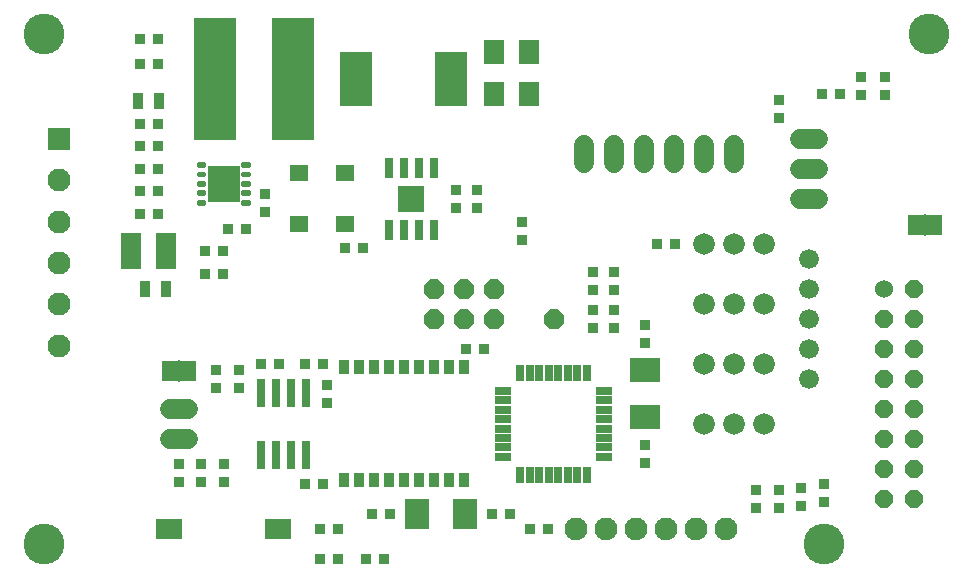
<source format=gts>
G75*
G70*
%OFA0B0*%
%FSLAX24Y24*%
%IPPOS*%
%LPD*%
%AMOC8*
5,1,8,0,0,1.08239X$1,22.5*
%
%ADD10C,0.1360*%
%ADD11R,0.0296X0.0926*%
%ADD12R,0.0360X0.0360*%
%ADD13R,0.0375X0.0532*%
%ADD14C,0.0660*%
%ADD15R,0.0520X0.0690*%
%ADD16R,0.0060X0.0720*%
%ADD17R,0.0360X0.0510*%
%ADD18R,0.0847X0.1005*%
%ADD19R,0.0560X0.0280*%
%ADD20R,0.0280X0.0560*%
%ADD21R,0.0296X0.0680*%
%ADD22R,0.0870X0.0870*%
%ADD23R,0.1005X0.0847*%
%ADD24C,0.0600*%
%ADD25OC8,0.0600*%
%ADD26R,0.0651X0.0847*%
%ADD27OC8,0.0660*%
%ADD28C,0.0760*%
%ADD29C,0.0720*%
%ADD30C,0.0660*%
%ADD31C,0.0125*%
%ADD32R,0.1084X0.1241*%
%ADD33R,0.0639X0.0560*%
%ADD34R,0.0651X0.1202*%
%ADD35R,0.0769X0.0769*%
%ADD36C,0.0769*%
%ADD37R,0.1438X0.4076*%
%ADD38R,0.1084X0.1832*%
%ADD39R,0.0890X0.0690*%
D10*
X002180Y002180D03*
X028180Y002180D03*
X031680Y019180D03*
X002180Y019180D03*
D11*
X009430Y007204D03*
X009930Y007204D03*
X010430Y007204D03*
X010930Y007204D03*
X010930Y005156D03*
X010430Y005156D03*
X009930Y005156D03*
X009430Y005156D03*
D12*
X008180Y004855D03*
X008180Y004255D03*
X007430Y004255D03*
X006680Y004255D03*
X006680Y004855D03*
X007430Y004855D03*
X010880Y004180D03*
X011480Y004180D03*
X013130Y003180D03*
X013730Y003180D03*
X011980Y002680D03*
X011380Y002680D03*
X011380Y001680D03*
X011980Y001680D03*
X012943Y001680D03*
X013543Y001680D03*
X017130Y003180D03*
X017730Y003180D03*
X018380Y002680D03*
X018980Y002680D03*
X022243Y004880D03*
X022243Y005480D03*
X025930Y003980D03*
X026680Y003980D03*
X026680Y003380D03*
X025930Y003380D03*
X027430Y003443D03*
X027430Y004043D03*
X028180Y004168D03*
X028180Y003568D03*
X022243Y008880D03*
X022243Y009480D03*
X021180Y009380D03*
X020493Y009380D03*
X020493Y009980D03*
X021180Y009980D03*
X021180Y010630D03*
X020493Y010630D03*
X020493Y011230D03*
X021180Y011230D03*
X022630Y012180D03*
X023230Y012180D03*
X018118Y012318D03*
X018118Y012918D03*
X016618Y013380D03*
X015930Y013380D03*
X015930Y013980D03*
X016618Y013980D03*
X012843Y012055D03*
X012243Y012055D03*
X009555Y013255D03*
X009555Y013855D03*
X008918Y012680D03*
X008318Y012680D03*
X008168Y011930D03*
X007568Y011930D03*
X007568Y011180D03*
X008168Y011180D03*
X005980Y013180D03*
X005380Y013180D03*
X005380Y013930D03*
X005980Y013930D03*
X005980Y014680D03*
X005380Y014680D03*
X005380Y015430D03*
X005980Y015430D03*
X005980Y016180D03*
X005380Y016180D03*
X005380Y018180D03*
X005980Y018180D03*
X005980Y018993D03*
X005380Y018993D03*
X016255Y008680D03*
X016855Y008680D03*
X011618Y007480D03*
X011618Y006880D03*
X011480Y008180D03*
X010880Y008180D03*
X010030Y008180D03*
X009430Y008180D03*
X008680Y007980D03*
X007930Y007980D03*
X007930Y007380D03*
X008680Y007380D03*
X026680Y016380D03*
X026680Y016980D03*
X028130Y017180D03*
X028730Y017180D03*
X029430Y017130D03*
X029430Y017730D03*
X030243Y017730D03*
X030243Y017130D03*
D13*
X006274Y010680D03*
X005566Y010680D03*
X005326Y016930D03*
X006034Y016930D03*
D14*
X020180Y015480D02*
X020180Y014880D01*
X021180Y014880D02*
X021180Y015480D01*
X022180Y015480D02*
X022180Y014880D01*
X023180Y014880D02*
X023180Y015480D01*
X024180Y015480D02*
X024180Y014880D01*
X025180Y014880D02*
X025180Y015480D01*
X027380Y015680D02*
X027980Y015680D01*
X027980Y014680D02*
X027380Y014680D01*
X027380Y013680D02*
X027980Y013680D01*
X006980Y006680D02*
X006380Y006680D01*
X006380Y005680D02*
X006980Y005680D01*
D15*
X006980Y007930D03*
X006380Y007930D03*
X031255Y012805D03*
X031855Y012805D03*
D16*
X031555Y012805D03*
X006680Y007930D03*
D17*
X012180Y008065D03*
X012680Y008065D03*
X013180Y008065D03*
X013680Y008065D03*
X014180Y008065D03*
X014680Y008065D03*
X015180Y008065D03*
X015680Y008065D03*
X016180Y008065D03*
X016180Y004295D03*
X015680Y004295D03*
X015180Y004295D03*
X014680Y004295D03*
X014180Y004295D03*
X013680Y004295D03*
X013180Y004295D03*
X012680Y004295D03*
X012180Y004295D03*
D18*
X014643Y003180D03*
X016217Y003180D03*
D19*
X017490Y005078D03*
X017490Y005393D03*
X017490Y005708D03*
X017490Y006023D03*
X017490Y006337D03*
X017490Y006652D03*
X017490Y006967D03*
X017490Y007282D03*
X020870Y007282D03*
X020870Y006967D03*
X020870Y006652D03*
X020870Y006337D03*
X020870Y006023D03*
X020870Y005708D03*
X020870Y005393D03*
X020870Y005078D03*
D20*
X020282Y004490D03*
X019967Y004490D03*
X019652Y004490D03*
X019337Y004490D03*
X019023Y004490D03*
X018708Y004490D03*
X018393Y004490D03*
X018078Y004490D03*
X018078Y007870D03*
X018393Y007870D03*
X018708Y007870D03*
X019023Y007870D03*
X019337Y007870D03*
X019652Y007870D03*
X019967Y007870D03*
X020282Y007870D03*
D21*
X015180Y012656D03*
X014680Y012656D03*
X014180Y012656D03*
X013680Y012656D03*
X013680Y014704D03*
X014180Y014704D03*
X014680Y014704D03*
X015180Y014704D03*
D22*
X014430Y013680D03*
D23*
X022243Y007967D03*
X022243Y006393D03*
D24*
X030180Y010680D03*
D25*
X031180Y010680D03*
X031180Y009680D03*
X030180Y009680D03*
X030180Y008680D03*
X031180Y008680D03*
X031180Y007680D03*
X030180Y007680D03*
X030180Y006680D03*
X031180Y006680D03*
X031180Y005680D03*
X030180Y005680D03*
X030180Y004680D03*
X031180Y004680D03*
X031180Y003680D03*
X030180Y003680D03*
D26*
X018361Y017180D03*
X017179Y017180D03*
X017179Y018580D03*
X018361Y018580D03*
D27*
X017180Y010680D03*
X016180Y010680D03*
X015180Y010680D03*
X015180Y009680D03*
X016180Y009680D03*
X017180Y009680D03*
X019180Y009680D03*
D28*
X019930Y002680D03*
X020930Y002680D03*
X021930Y002680D03*
X022930Y002680D03*
X023930Y002680D03*
X024930Y002680D03*
D29*
X025180Y006180D03*
X024180Y006180D03*
X026180Y006180D03*
X026180Y008180D03*
X025180Y008180D03*
X024180Y008180D03*
X024180Y010180D03*
X025180Y010180D03*
X026180Y010180D03*
X026180Y012180D03*
X025180Y012180D03*
X024180Y012180D03*
D30*
X027680Y011680D03*
X027680Y010680D03*
X027680Y009680D03*
X027680Y008680D03*
X027680Y007680D03*
D31*
X009014Y013577D02*
X008842Y013577D01*
X009014Y013577D02*
X009014Y013523D01*
X008842Y013523D01*
X008842Y013577D01*
X008842Y013892D02*
X009014Y013892D01*
X009014Y013838D01*
X008842Y013838D01*
X008842Y013892D01*
X008842Y014207D02*
X009014Y014207D01*
X009014Y014153D01*
X008842Y014153D01*
X008842Y014207D01*
X008842Y014522D02*
X009014Y014522D01*
X009014Y014468D01*
X008842Y014468D01*
X008842Y014522D01*
X008842Y014837D02*
X009014Y014837D01*
X009014Y014783D01*
X008842Y014783D01*
X008842Y014837D01*
X007518Y014837D02*
X007346Y014837D01*
X007518Y014837D02*
X007518Y014783D01*
X007346Y014783D01*
X007346Y014837D01*
X007346Y014522D02*
X007518Y014522D01*
X007518Y014468D01*
X007346Y014468D01*
X007346Y014522D01*
X007346Y014207D02*
X007518Y014207D01*
X007518Y014153D01*
X007346Y014153D01*
X007346Y014207D01*
X007346Y013892D02*
X007518Y013892D01*
X007518Y013838D01*
X007346Y013838D01*
X007346Y013892D01*
X007346Y013577D02*
X007518Y013577D01*
X007518Y013523D01*
X007346Y013523D01*
X007346Y013577D01*
D32*
X008180Y014180D03*
D33*
X010680Y014526D03*
X012243Y014526D03*
X012243Y012834D03*
X010680Y012834D03*
D34*
X006271Y011930D03*
X005089Y011930D03*
D35*
X002680Y015680D03*
D36*
X002680Y014302D03*
X002680Y012924D03*
X002680Y011546D03*
X002680Y010168D03*
X002680Y008790D03*
D37*
X007881Y017680D03*
X010479Y017680D03*
D38*
X012605Y017680D03*
X015755Y017680D03*
D39*
X009990Y002680D03*
X006370Y002680D03*
M02*

</source>
